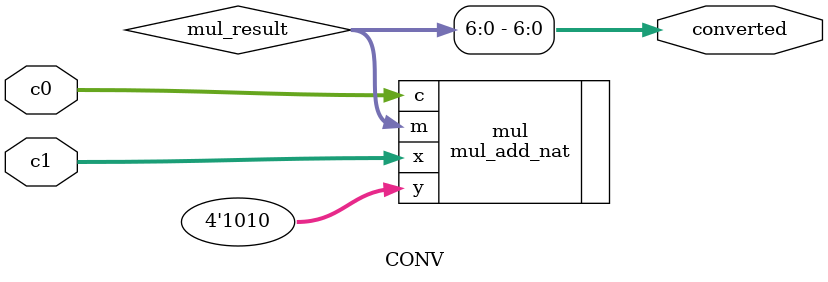
<source format=v>
module ABC(
    clock, reset_, data, 
    addr, out, s_, mr_
);

    input clock, reset_;
    input [3:0] data;
    output [7:0] addr;
    output [6:0] out;
    output s_, mr_;

    ParteOperativa PO(
        clock, reset_, data, 
        addr, out, s_, mr_,
        c0,
        b6, b5, b4, b3, b2, b1, b0
    );

    ParteControllo PC(
        clock, reset_,
        c0,
        b6, b5, b4, b3, b2, b1, b0
    );

endmodule

module ParteOperativa(
    clock, reset_, data, 
    addr, out, s_, mr_,
    c0,
    b6, b5, b4, b3, b2, b1, b0
);

    input clock, reset_;
    input [3:0] data;
    output [7:0] addr;
    output [6:0] out;
    output s_, mr_;

    output c0;
    input b6, b5, b4, b3, b2, b1, b0;

    assign c0 = (COUNT==1);

    assign s_ = 0;
    assign mr_ = 0;    
    
    reg [6:0] OUT; assign out=OUT;
    reg [6:0] NEXT_OUT;
    reg [6:0] COUNT, NEXT_COUNT;
    
    reg [7:0] ADDR; assign addr=ADDR;
    
    // first we load the two digits in C1 and C0
    // then we can read in c the number as binary notation
    reg [3:0] C1, C0;
    wire [6:0] c;

    CONV conv(
        .c1(C1), .c0(C0),
        .converted(c)
    );
    
    always @(reset_==0) #1 
        begin 
            COUNT<=99;
            OUT<=0;
            ADDR<=0;
        end

    /*
        Registri operativi COUNT, NEXT_COUNT, ADDR, C0, C1, OUT, NEXT_OUT

        u-operazioni su COUNT
        S1,S2,S3,S4: COUNT<=COUNT-1;
        S5: COUNT<=(COUNT==1)?NEXT_COUNT:COUNT-1;

        1 variabile di comando b0


        u-operazioni su ADDR
        S1,S2,S3: ADDR<=ADDR+1;
        S4,S5: ADDR<=ADDR;

        1 variabile di comando b1


        u-operazioni su C0
        S0,S2: C0<=data;
        S1,S3,S4,S5: C0<=C0;

        1 variabile di comando b2


        u-operazioni su C1
        S1,S3: C1<=data;
        S0,S2,S4,S5: C1<=C1;

        1 variabile di comando b3


        u-operazioni su NEXT_COUNT
        S1,S2,S3,S5: NEXT_COUNT<=NEXT_COUNT;
        S4: NEXT_COUNT<=c;

        1 variabile di comando b4


        u-operazioni su OUT
        S1,S2,S3,S4: OUT<=OUT;
        S5: OUT<=(COUNT==1)?NEXT_OUT:OUT;

        1 variabile di comando b5


        u-operazioni su NEXT_OUT
        S1,S3,S4,S5: NEXT_OUT<=NEXT_OUT;
        S2: NEXT_OUT<=c;

        1 variabile di comando b6
    */

    always @(posedge clock) if (reset_==1) #3
        casex (b0)
            1'b0: COUNT<=COUNT-1;
            1'b1: COUNT<=(COUNT==1)?NEXT_COUNT:COUNT-1;
        endcase
    
    always @(posedge clock) if (reset_==1) #3
        casex (b1)
            1'b0: ADDR<=ADDR+1;
            1'b1: ADDR<=ADDR;
        endcase
    
    always @(posedge clock) if (reset_==1) #3
        casex (b2)
            1'b0: C0<=data;
            1'b1: C0<=C0;
        endcase    
    
    always @(posedge clock) if (reset_==1) #3
        casex (b3)
            1'b0: C1<=data;
            1'b1: C1<=C1;
        endcase    
    
    always @(posedge clock) if (reset_==1) #3
        casex (b4)
            1'b0: NEXT_COUNT<=NEXT_COUNT;
            1'b1: NEXT_COUNT<=c;
        endcase    

    always @(posedge clock) if (reset_==1) #3
        casex (b5)
            1'b0: OUT<=OUT;
            1'b1: OUT<=(COUNT==1)?NEXT_OUT:OUT;
        endcase 

    always @(posedge clock) if (reset_==1) #3
        casex (b6)
            1'b0: NEXT_OUT<=NEXT_OUT;
            1'b1: NEXT_OUT<=c;
        endcase 

endmodule

module ParteControllo(
    clock, reset_,
    c0,
    b6, b5, b4, b3, b2, b1, b0
);
    input clock, reset_;

    input c0;
    output b6, b5, b4, b3, b2, b1, b0;
    
    reg [2:0] STAR; 
    localparam 
        S0=0,
        S1=1,
        S2=2,
        S3=3,
        S4=4,
        S5=5;
    
    assign {b6, b5, b4, b3, b2, b1, b0}=
        (STAR==S0)? 7'b0001000:
        (STAR==S1)? 7'b0000100:
        (STAR==S2)? 7'b1001000:
        (STAR==S3)? 7'b0000100:
        (STAR==S4)? 7'b0011110:
        (STAR==S5)? 7'b0101111:
        /*default*/ 7'bXXXXXXX;

    always @(reset_==0) #1 STAR<=S0;

    always @(posedge clock) if (reset_==1) #3
        casex (STAR)
            S0: STAR<=S1;

            S1: STAR<=S2;

            S2: STAR<=S3;

            S3: STAR<=S4;

            S4: STAR<=S5;

            S5: STAR<=(c0==1)?S0:S5;
        endcase
        
endmodule

module CONV(
    c1, c0,
    converted
);
    input [3:0] c1, c0;
    output [6:0] converted;

    wire [7:0] mul_result;
    mul_add_nat #( .N(4), .M(4) ) mul (
        .x(c1), .y(4'B1010), .c(c0),
        .m(mul_result)
    );
    assign converted = mul_result[6:0];
endmodule

/*
    ROM
    S0=000, S1=001, S2=010, S3=011, S4=100, S5=101
    c0=0

    u-addr   b6, b5, b4, b3, b2, b1, b0   ceff   u-addrT   u-addrF
    000      b0001000                     X      001       001 
    001      b0000100                     X      010       010 
    010      b1001000                     X      011       011 
    011      b0000100                     X      100       100 
    100      b0011110                     X      101       101 
    101      b0101111                     0      000       101 
*/
</source>
